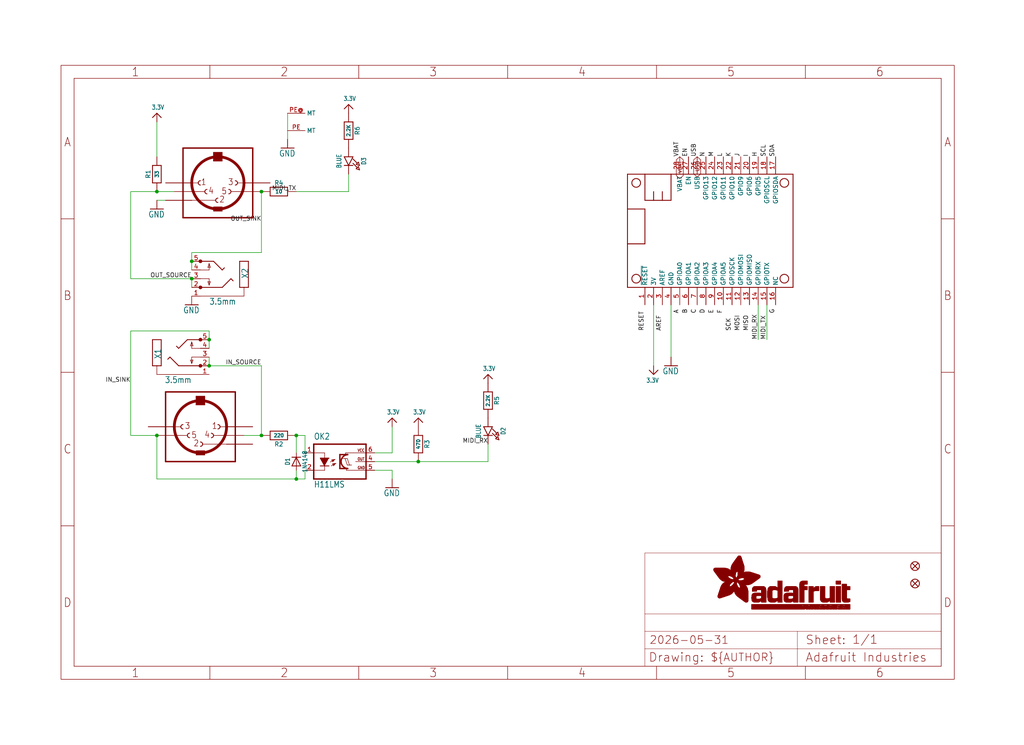
<source format=kicad_sch>
(kicad_sch (version 20230121) (generator eeschema)
  (paper "User" 298.45 217.322)
  (lib_symbols
    (symbol "working-eagle-import:3.3V" (power)
      (property "Value" "3.3V" (at -1.524 1.016 0))
      (symbol "3.3V_1_0"
        (pin power_in line (at 0 -2.54 90) (length 2.54) (name "3.3V") (number "1"))
      )
    )
    (symbol "working-eagle-import:AUDIO_STEREOJACK"
      (property "Reference" "X" (at -7.62 3.81 0))
      (symbol "AUDIO_STEREOJACK_1_0"
        (pin passive line (at -12.7 -7.62 0) (length 2.54) (name "1") (number "1"))
        (pin passive line (at -12.7 -5.08 0) (length 2.54) (name "2") (number "2"))
        (pin passive line (at -12.7 -2.54 0) (length 2.54) (name "3") (number "3"))
        (pin passive line (at -12.7 0 0) (length 2.54) (name "4") (number "4"))
        (pin passive line (at -12.7 2.54 0) (length 2.54) (name "5") (number "5"))
      )
    )
    (symbol "working-eagle-import:DIN_5"
      (symbol "DIN_5_1_0"
        (text "1" (at 3.302 -0.762 0) (effects (font (size 1.778 1.5113)) (justify left bottom)))
        (text "2" (at -2.032 -5.842 0) (effects (font (size 1.778 1.5113)) (justify left bottom)))
        (text "3" (at -4.572 -0.762 0) (effects (font (size 1.778 1.5113)) (justify left bottom)))
        (text "4" (at 1.143 -3.302 0) (effects (font (size 1.778 1.5113)) (justify left bottom)))
        (text "5" (at -2.667 -3.429 0) (effects (font (size 1.778 1.5113)) (justify left bottom)))
        (pin passive line (at 15.24 0 180) (length 7.62) (name "1") (number "1"))
        (pin passive line (at 15.24 -5.08 180) (length 7.62) (name "2") (number "2"))
        (pin passive line (at -15.24 0 0) (length 7.62) (name "3") (number "3"))
        (pin passive line (at 12.7 -2.54 180) (length 7.62) (name "4") (number "4"))
        (pin passive line (at -12.7 -2.54 0) (length 7.62) (name "5") (number "5"))
      )
      (symbol "DIN_5_2_0"
        (pin passive line (at 0 0 0) (length 5.08) (name "MT") (number "PE"))
      )
      (symbol "DIN_5_3_0"
        (pin passive line (at 0 0 0) (length 5.08) (name "MT") (number "PE@"))
      )
      (symbol "DIN_5_4_0"
        (pin passive line (at 0 0 0) (length 5.08) (name "MT") (number "PE1"))
      )
      (symbol "DIN_5_5_0"
        (pin passive line (at 0 0 0) (length 5.08) (name "MT") (number "PE2"))
      )
    )
    (symbol "working-eagle-import:DIODESOD-323"
      (property "Reference" "D" (at 0 2.54 0))
      (symbol "DIODESOD-323_1_0"
        (pin passive line (at -2.54 0 0) (length 2.54) (name "A") (number "A"))
        (pin passive line (at 2.54 0 180) (length 2.54) (name "C") (number "C"))
      )
    )
    (symbol "working-eagle-import:FEATHERWING_NODIM"
      (symbol "FEATHERWING_NODIM_1_0"
        (pin input line (at 5.08 -5.08 90) (length 5.08) (name "~{RESET}") (number "1"))
        (pin bidirectional line (at 27.94 -5.08 90) (length 5.08) (name "GPIOA5") (number "10"))
        (pin bidirectional line (at 30.48 -5.08 90) (length 5.08) (name "GPIOSCK") (number "11"))
        (pin bidirectional line (at 33.02 -5.08 90) (length 5.08) (name "GPIOMOSI") (number "12"))
        (pin bidirectional line (at 35.56 -5.08 90) (length 5.08) (name "GPIOMISO") (number "13"))
        (pin bidirectional line (at 38.1 -5.08 90) (length 5.08) (name "GPIORX") (number "14"))
        (pin bidirectional line (at 40.64 -5.08 90) (length 5.08) (name "GPIOTX") (number "15"))
        (pin passive line (at 43.18 -5.08 90) (length 5.08) (name "NC") (number "16"))
        (pin bidirectional line (at 43.18 38.1 270) (length 5.08) (name "GPIOSDA") (number "17"))
        (pin bidirectional line (at 40.64 38.1 270) (length 5.08) (name "GPIOSCL") (number "18"))
        (pin bidirectional line (at 38.1 38.1 270) (length 5.08) (name "GPIO5") (number "19"))
        (pin power_in line (at 7.62 -5.08 90) (length 5.08) (name "3V") (number "2"))
        (pin bidirectional line (at 35.56 38.1 270) (length 5.08) (name "GPIO6") (number "20"))
        (pin bidirectional line (at 33.02 38.1 270) (length 5.08) (name "GPIO9") (number "21"))
        (pin bidirectional line (at 30.48 38.1 270) (length 5.08) (name "GPIO10") (number "22"))
        (pin bidirectional line (at 27.94 38.1 270) (length 5.08) (name "GPIO11") (number "23"))
        (pin bidirectional line (at 25.4 38.1 270) (length 5.08) (name "GPIO12") (number "24"))
        (pin bidirectional line (at 22.86 38.1 270) (length 5.08) (name "GPIO13") (number "25"))
        (pin power_in line (at 20.32 38.1 270) (length 5.08) (name "USB") (number "26"))
        (pin passive line (at 17.78 38.1 270) (length 5.08) (name "EN") (number "27"))
        (pin power_in line (at 15.24 38.1 270) (length 5.08) (name "VBAT") (number "28"))
        (pin passive line (at 10.16 -5.08 90) (length 5.08) (name "AREF") (number "3"))
        (pin power_in line (at 12.7 -5.08 90) (length 5.08) (name "GND") (number "4"))
        (pin bidirectional line (at 15.24 -5.08 90) (length 5.08) (name "GPIOA0") (number "5"))
        (pin bidirectional line (at 17.78 -5.08 90) (length 5.08) (name "GPIOA1") (number "6"))
        (pin bidirectional line (at 20.32 -5.08 90) (length 5.08) (name "GPIOA2") (number "7"))
        (pin bidirectional line (at 22.86 -5.08 90) (length 5.08) (name "GPIOA3") (number "8"))
        (pin bidirectional line (at 25.4 -5.08 90) (length 5.08) (name "GPIOA4") (number "9"))
      )
    )
    (symbol "working-eagle-import:FIDUCIAL_1MM")
    (symbol "working-eagle-import:FRAME_A4_ADAFRUIT"
      (symbol "FRAME_A4_ADAFRUIT_1_0"
        (text "${#}/${##}" (at 230.505 10.16 0) (effects (font (size 2.54 2.54)) (justify left bottom)))
        (text "${AUTHOR}" (at 189.23 5.08 0) (effects (font (size 2.286 2.286)) (justify left bottom)))
        (text "${CURRENT_DATE}" (at 171.45 10.16 0) (effects (font (size 2.286 2.286)) (justify left bottom)))
        (text "${PROJECTNAME}" (at 171.45 15.24 0) (effects (font (size 2.54 2.54)) (justify left bottom)))
        (text "1" (at 21.6958 1.905 0) (effects (font (size 2.54 2.286))))
        (text "1" (at 21.6958 177.165 0) (effects (font (size 2.54 2.286))))
        (text "2" (at 65.0875 1.905 0) (effects (font (size 2.54 2.286))))
        (text "2" (at 65.0875 177.165 0) (effects (font (size 2.54 2.286))))
        (text "3" (at 108.4792 1.905 0) (effects (font (size 2.54 2.286))))
        (text "3" (at 108.4792 177.165 0) (effects (font (size 2.54 2.286))))
        (text "4" (at 151.8708 1.905 0) (effects (font (size 2.54 2.286))))
        (text "4" (at 151.8708 177.165 0) (effects (font (size 2.54 2.286))))
        (text "5" (at 195.2625 1.905 0) (effects (font (size 2.54 2.286))))
        (text "5" (at 195.2625 177.165 0) (effects (font (size 2.54 2.286))))
        (text "6" (at 238.6542 1.905 0) (effects (font (size 2.54 2.286))))
        (text "6" (at 238.6542 177.165 0) (effects (font (size 2.54 2.286))))
        (text "A" (at 1.905 156.6863 0) (effects (font (size 2.54 2.286))))
        (text "A" (at 258.445 156.6863 0) (effects (font (size 2.54 2.286))))
        (text "Adafruit Industries" (at 216.916 4.953 0) (effects (font (size 2.54 2.54)) (justify left bottom)))
        (text "B" (at 1.905 111.9188 0) (effects (font (size 2.54 2.286))))
        (text "B" (at 258.445 111.9188 0) (effects (font (size 2.54 2.286))))
        (text "C" (at 1.905 67.1513 0) (effects (font (size 2.54 2.286))))
        (text "C" (at 258.445 67.1513 0) (effects (font (size 2.54 2.286))))
        (text "D" (at 1.905 22.3838 0) (effects (font (size 2.54 2.286))))
        (text "D" (at 258.445 22.3838 0) (effects (font (size 2.54 2.286))))
        (text "Drawing:" (at 171.196 4.953 0) (effects (font (size 2.54 2.54)) (justify left bottom)))
        (text "Sheet:" (at 216.916 10.033 0) (effects (font (size 2.54 2.54)) (justify left bottom)))
      )
    )
    (symbol "working-eagle-import:GND" (power)
      (property "Value" "GND" (at -2.54 -2.54 0))
      (symbol "GND_1_0"
        (pin power_in line (at 0 2.54 270) (length 2.54) (name "GND") (number "1"))
      )
    )
    (symbol "working-eagle-import:H11LMS"
      (property "Reference" "OK" (at -7.62 6.35 0))
      (symbol "H11LMS_1_0"
        (text "GND" (at 5.08 -2.286 0) (effects (font (size 0.8128 0.6908)) (justify left bottom)))
        (text "OUT" (at 5.08 0.254 0) (effects (font (size 0.8128 0.6908)) (justify left bottom)))
        (text "VCC" (at 5.08 2.794 0) (effects (font (size 0.8128 0.6908)) (justify left bottom)))
        (pin passive line (at -10.16 2.54 0) (length 2.54) (name "A") (number "1"))
        (pin passive line (at -10.16 -2.54 0) (length 2.54) (name "C") (number "2"))
        (pin output line (at 10.16 0 180) (length 2.54) (name "OUT") (number "4"))
        (pin power_in line (at 10.16 -2.54 180) (length 2.54) (name "GND") (number "5"))
        (pin power_in line (at 10.16 2.54 180) (length 2.54) (name "VCC") (number "6"))
      )
    )
    (symbol "working-eagle-import:LED0603"
      (property "Reference" "D" (at -1.27 4.445 0))
      (symbol "LED0603_1_0"
        (pin passive line (at -5.08 0 0) (length 2.54) (name "A") (number "A"))
        (pin passive line (at 2.54 0 180) (length 2.54) (name "C") (number "C"))
      )
    )
    (symbol "working-eagle-import:RESISTOR_0603_NOOUT"
      (property "Reference" "R" (at 0 2.54 0))
      (symbol "RESISTOR_0603_NOOUT_1_0"
        (pin passive line (at -5.08 0 0) (length 2.54) (name "1") (number "1"))
        (pin passive line (at 5.08 0 180) (length 2.54) (name "2") (number "2"))
      )
    )
  )
  (junction (at 45.72 55.88))
  (junction (at 76.2 127))
  (junction (at 86.36 139.7))
  (junction (at 76.2 55.88))
  (junction (at 60.96 106.68))
  (junction (at 60.96 99.06))
  (junction (at 45.72 127))
  (junction (at 121.92 134.62))
  (junction (at 55.88 81.28))
  (junction (at 55.88 76.2))
  (junction (at 86.36 127))
  (wire (pts (xy 60.96 101.6) (xy 60.96 99.06)) (stroke (width 0.1524)))
  (wire (pts (xy 45.72 139.7) (xy 86.36 139.7)) (stroke (width 0.1524)))
  (wire (pts (xy 55.88 81.28) (xy 55.88 83.82)) (stroke (width 0.1524)))
  (wire (pts (xy 114.3 124.46) (xy 114.3 132.08)) (stroke (width 0.1524)))
  (wire (pts (xy 48.26 58.42) (xy 45.72 58.42)) (stroke (width 0.1524)))
  (wire (pts (xy 220.98 99.06) (xy 220.98 88.9)) (stroke (width 0.1524)))
  (wire (pts (xy 71.12 127) (xy 76.2 127)) (stroke (width 0.1524)))
  (wire (pts (xy 86.36 127) (xy 88.9 127)) (stroke (width 0.1524)))
  (wire (pts (xy 55.88 76.2) (xy 55.88 73.66)) (stroke (width 0.1524)))
  (wire (pts (xy 60.96 106.68) (xy 76.2 106.68)) (stroke (width 0.1524)))
  (wire (pts (xy 45.72 127) (xy 38.1 127)) (stroke (width 0.1524)))
  (wire (pts (xy 88.9 132.08) (xy 88.9 127)) (stroke (width 0.1524)))
  (wire (pts (xy 60.96 96.52) (xy 38.1 96.52)) (stroke (width 0.1524)))
  (wire (pts (xy 38.1 127) (xy 38.1 96.52)) (stroke (width 0.1524)))
  (wire (pts (xy 190.5 106.68) (xy 190.5 88.9)) (stroke (width 0.1524)))
  (wire (pts (xy 109.22 137.16) (xy 114.3 137.16)) (stroke (width 0.1524)))
  (wire (pts (xy 86.36 55.88) (xy 101.6 55.88)) (stroke (width 0.1524)))
  (wire (pts (xy 55.88 73.66) (xy 76.2 73.66)) (stroke (width 0.1524)))
  (wire (pts (xy 86.36 139.7) (xy 88.9 139.7)) (stroke (width 0.1524)))
  (wire (pts (xy 45.72 127) (xy 45.72 139.7)) (stroke (width 0.1524)))
  (wire (pts (xy 45.72 35.56) (xy 45.72 45.72)) (stroke (width 0.1524)))
  (wire (pts (xy 38.1 55.88) (xy 45.72 55.88)) (stroke (width 0.1524)))
  (wire (pts (xy 60.96 104.14) (xy 60.96 106.68)) (stroke (width 0.1524)))
  (wire (pts (xy 223.52 88.9) (xy 223.52 99.06)) (stroke (width 0.1524)))
  (wire (pts (xy 83.82 33.02) (xy 83.82 40.64)) (stroke (width 0.1524)))
  (wire (pts (xy 76.2 73.66) (xy 76.2 55.88)) (stroke (width 0.1524)))
  (wire (pts (xy 121.92 134.62) (xy 142.24 134.62)) (stroke (width 0.1524)))
  (wire (pts (xy 38.1 81.28) (xy 38.1 55.88)) (stroke (width 0.1524)))
  (wire (pts (xy 55.88 81.28) (xy 38.1 81.28)) (stroke (width 0.1524)))
  (wire (pts (xy 114.3 137.16) (xy 114.3 139.7)) (stroke (width 0.1524)))
  (wire (pts (xy 45.72 55.88) (xy 50.8 55.88)) (stroke (width 0.1524)))
  (wire (pts (xy 109.22 134.62) (xy 121.92 134.62)) (stroke (width 0.1524)))
  (wire (pts (xy 142.24 134.62) (xy 142.24 129.54)) (stroke (width 0.1524)))
  (wire (pts (xy 86.36 132.08) (xy 86.36 127)) (stroke (width 0.1524)))
  (wire (pts (xy 60.96 99.06) (xy 60.96 96.52)) (stroke (width 0.1524)))
  (wire (pts (xy 86.36 137.16) (xy 86.36 139.7)) (stroke (width 0.1524)))
  (wire (pts (xy 76.2 106.68) (xy 76.2 127)) (stroke (width 0.1524)))
  (wire (pts (xy 101.6 55.88) (xy 101.6 50.8)) (stroke (width 0.1524)))
  (wire (pts (xy 109.22 132.08) (xy 114.3 132.08)) (stroke (width 0.1524)))
  (wire (pts (xy 88.9 137.16) (xy 88.9 139.7)) (stroke (width 0.1524)))
  (wire (pts (xy 55.88 78.74) (xy 55.88 76.2)) (stroke (width 0.1524)))
  (wire (pts (xy 195.58 104.14) (xy 195.58 88.9)) (stroke (width 0.1524)))
  (label "OUT_SOURCE" (at 55.88 81.28 180) (effects (font (size 1.2446 1.2446))))
  (label "SCL" (at 223.52 45.72 90) (effects (font (size 1.2446 1.2446))))
  (label "K" (at 213.36 45.72 90) (effects (font (size 1.2446 1.2446))))
  (label "N" (at 205.74 45.72 90) (effects (font (size 1.2446 1.2446))))
  (label "A" (at 198.12 91.44 90) (effects (font (size 1.2446 1.2446))))
  (label "MISO" (at 218.44 96.52 90) (effects (font (size 1.2446 1.2446))))
  (label "MOSI" (at 215.9 96.52 90) (effects (font (size 1.2446 1.2446))))
  (label "USB" (at 203.2 45.72 90) (effects (font (size 1.2446 1.2446))))
  (label "EN" (at 200.66 45.72 90) (effects (font (size 1.2446 1.2446))))
  (label "H" (at 220.98 45.72 90) (effects (font (size 1.2446 1.2446))))
  (label "MIDI_RX" (at 220.98 99.06 90) (effects (font (size 1.2446 1.2446))))
  (label "J" (at 215.9 45.72 90) (effects (font (size 1.2446 1.2446))))
  (label "VBAT" (at 198.12 45.72 90) (effects (font (size 1.2446 1.2446))))
  (label "SCK" (at 213.36 96.52 90) (effects (font (size 1.2446 1.2446))))
  (label "AREF" (at 193.04 96.52 90) (effects (font (size 1.2446 1.2446))))
  (label "M" (at 208.28 45.72 90) (effects (font (size 1.2446 1.2446))))
  (label "SDA" (at 226.06 45.72 90) (effects (font (size 1.2446 1.2446))))
  (label "G" (at 226.06 91.44 90) (effects (font (size 1.2446 1.2446))))
  (label "I" (at 218.44 45.72 90) (effects (font (size 1.2446 1.2446))))
  (label "OUT_SINK" (at 76.2 64.77 180) (effects (font (size 1.2446 1.2446))))
  (label "F" (at 210.82 91.44 90) (effects (font (size 1.2446 1.2446))))
  (label "IN_SINK" (at 38.1 111.76 180) (effects (font (size 1.2446 1.2446))))
  (label "MIDI_TX" (at 223.52 99.06 90) (effects (font (size 1.2446 1.2446))))
  (label "IN_SOURCE" (at 76.2 106.68 180) (effects (font (size 1.2446 1.2446))))
  (label "D" (at 205.74 91.44 90) (effects (font (size 1.2446 1.2446))))
  (label "C" (at 203.2 91.44 90) (effects (font (size 1.2446 1.2446))))
  (label "RESET" (at 187.96 96.52 90) (effects (font (size 1.2446 1.2446))))
  (label "MIDI_RX" (at 142.24 129.54 180) (effects (font (size 1.2446 1.2446))))
  (label "MIDI_TX" (at 86.36 55.88 180) (effects (font (size 1.2446 1.2446))))
  (label "L" (at 210.82 45.72 90) (effects (font (size 1.2446 1.2446))))
  (label "B" (at 200.66 91.44 90) (effects (font (size 1.2446 1.2446))))
  (label "E" (at 208.28 91.44 90) (effects (font (size 1.2446 1.2446))))
  (global_label "VBAT" (shape bidirectional) (at 198.12 45.72 270) (effects (font (size 1.016 1.016))) (property "Intersheetrefs" "${INTERSHEET_REFS}" (effects hide)))
  (global_label "USB" (shape bidirectional) (at 203.2 45.72 270) (effects (font (size 1.016 1.016))) (property "Intersheetrefs" "${INTERSHEET_REFS}" (effects hide)))
  (symbol (lib_id "working-eagle-import:DIN_5") (at 83.82 38.1 0) (unit 2)
    (property "Reference" "MIDIOUT0" (effects hide))
    (property "Value" "DIN_5" (effects hide))
    (property "Footprint" "working:CP-2350" (effects hide))
  )
  (symbol (lib_id "working-eagle-import:LED0603") (at 142.24 127 270) (unit 1)
    (property "Reference" "D2" (at 146.685 125.73 0) (effects (font (size 1.27 1.0795))))
    (property "Value" "BLUE" (at 139.446 125.73 0) (effects (font (size 1.27 1.0795))))
    (property "Footprint" "working:CHIPLED_0603" (effects hide))
  )
  (symbol (lib_id "working-eagle-import:3.3V") (at 190.5 109.22 180) (unit 1)
    (property "Reference" "#U$3" (effects hide))
    (property "Value" "3.3V" (at 192.024 110.236 0) (effects (font (size 1.27 1.0795)) (justify left bottom)))
  )
  (symbol (lib_id "working-eagle-import:LED0603") (at 101.6 48.26 270) (unit 1)
    (property "Reference" "D3" (at 106.045 46.99 0) (effects (font (size 1.27 1.0795))))
    (property "Value" "BLUE" (at 98.806 46.99 0) (effects (font (size 1.27 1.0795))))
    (property "Footprint" "working:CHIPLED_0603" (effects hide))
  )
  (symbol (lib_id "working-eagle-import:FRAME_A4_ADAFRUIT") (at 17.78 198.12 0) (unit 1)
    (property "Reference" "#U$1" (effects hide))
    (property "Value" "FRAME_A4_ADAFRUIT" (effects hide))
  )
  (symbol (lib_id "working-eagle-import:DIN_5") (at 83.82 33.02 0) (unit 3)
    (property "Reference" "MIDIOUT0" (effects hide))
    (property "Value" "DIN_5" (effects hide))
    (property "Footprint" "working:CP-2350" (effects hide))
  )
  (symbol (lib_id "working-eagle-import:DIODESOD-323") (at 86.36 134.62 90) (unit 1)
    (property "Reference" "D1" (at 83.82 134.62 0) (effects (font (size 1.27 1.0795))))
    (property "Value" "1N4148" (at 88.86 134.62 0) (effects (font (size 1.27 1.0795))))
    (property "Footprint" "working:SOD-323" (effects hide))
  )
  (symbol (lib_id "working-eagle-import:RESISTOR_0603_NOOUT") (at 81.28 127 180) (unit 1)
    (property "Reference" "R2" (at 81.28 129.54 0))
    (property "Value" "220" (at 81.28 127 0) (effects (font (size 1.016 1.016) bold)))
    (property "Footprint" "working:0603-NO" (effects hide))
  )
  (symbol (lib_id "working-eagle-import:3.3V") (at 45.72 33.02 0) (unit 1)
    (property "Reference" "#U$2" (effects hide))
    (property "Value" "3.3V" (at 44.196 32.004 0) (effects (font (size 1.27 1.0795)) (justify left bottom)))
  )
  (symbol (lib_id "working-eagle-import:AUDIO_STEREOJACK") (at 68.58 78.74 0) (unit 1)
    (property "Reference" "X2" (at 72.39 81.28 90) (effects (font (size 1.778 1.5113)) (justify left bottom)))
    (property "Value" "3.5mm" (at 60.96 88.9 0) (effects (font (size 1.778 1.5113)) (justify left bottom)))
    (property "Footprint" "working:STX3100" (effects hide))
  )
  (symbol (lib_id "working-eagle-import:FIDUCIAL_1MM") (at 266.7 165.1 0) (unit 1)
    (property "Reference" "FID2" (effects hide))
    (property "Value" "FIDUCIAL_1MM" (effects hide))
    (property "Footprint" "working:FIDUCIAL_1MM" (effects hide))
  )
  (symbol (lib_id "working-eagle-import:3.3V") (at 142.24 109.22 0) (unit 1)
    (property "Reference" "#U$6" (effects hide))
    (property "Value" "3.3V" (at 140.716 108.204 0) (effects (font (size 1.27 1.0795)) (justify left bottom)))
  )
  (symbol (lib_id "working-eagle-import:AUDIO_STEREOJACK") (at 48.26 101.6 0) (mirror y) (unit 1)
    (property "Reference" "X1" (at 46.99 101.6 90) (effects (font (size 1.778 1.5113)) (justify right top)))
    (property "Value" "3.5mm" (at 55.88 111.76 0) (effects (font (size 1.778 1.5113)) (justify left bottom)))
    (property "Footprint" "working:STX3100" (effects hide))
  )
  (symbol (lib_id "working-eagle-import:3.3V") (at 121.92 121.92 0) (unit 1)
    (property "Reference" "#U$5" (effects hide))
    (property "Value" "3.3V" (at 120.396 120.904 0) (effects (font (size 1.27 1.0795)) (justify left bottom)))
  )
  (symbol (lib_id "working-eagle-import:GND") (at 45.72 60.96 0) (unit 1)
    (property "Reference" "#GND9" (effects hide))
    (property "Value" "GND" (at 43.18 63.5 0) (effects (font (size 1.778 1.5113)) (justify left bottom)))
  )
  (symbol (lib_id "working-eagle-import:DIN_5") (at 58.42 124.46 0) (unit 1)
    (property "Reference" "MIDIIN0" (effects hide))
    (property "Value" "DIN_5" (effects hide))
    (property "Footprint" "working:CP-2350" (effects hide))
  )
  (symbol (lib_id "working-eagle-import:DIN_5") (at 63.5 53.34 0) (mirror y) (unit 1)
    (property "Reference" "MIDIOUT0" (effects hide))
    (property "Value" "DIN_5" (effects hide))
    (property "Footprint" "working:CP-2350" (effects hide))
  )
  (symbol (lib_id "working-eagle-import:FEATHERWING_NODIM") (at 182.88 83.82 0) (unit 1)
    (property "Reference" "MS1" (effects hide))
    (property "Value" "FEATHERWING_NODIM" (effects hide))
    (property "Footprint" "working:FEATHERWING_NODIM" (effects hide))
  )
  (symbol (lib_id "working-eagle-import:GND") (at 195.58 106.68 0) (unit 1)
    (property "Reference" "#GND6" (effects hide))
    (property "Value" "GND" (at 193.04 109.22 0) (effects (font (size 1.778 1.5113)) (justify left bottom)))
  )
  (symbol (lib_id "working-eagle-import:3.3V") (at 114.3 121.92 0) (unit 1)
    (property "Reference" "#U$4" (effects hide))
    (property "Value" "3.3V" (at 112.776 120.904 0) (effects (font (size 1.27 1.0795)) (justify left bottom)))
  )
  (symbol (lib_id "working-eagle-import:RESISTOR_0603_NOOUT") (at 142.24 116.84 270) (unit 1)
    (property "Reference" "R5" (at 144.78 116.84 0))
    (property "Value" "2.2K" (at 142.24 116.84 0) (effects (font (size 1.016 1.016) bold)))
    (property "Footprint" "working:0603-NO" (effects hide))
  )
  (symbol (lib_id "working-eagle-import:RESISTOR_0603_NOOUT") (at 121.92 129.54 270) (unit 1)
    (property "Reference" "R3" (at 124.46 129.54 0))
    (property "Value" "470" (at 121.92 129.54 0) (effects (font (size 1.016 1.016) bold)))
    (property "Footprint" "working:0603-NO" (effects hide))
  )
  (symbol (lib_id "working-eagle-import:3.3V") (at 101.6 30.48 0) (unit 1)
    (property "Reference" "#U$7" (effects hide))
    (property "Value" "3.3V" (at 100.076 29.464 0) (effects (font (size 1.27 1.0795)) (justify left bottom)))
  )
  (symbol (lib_id "working-eagle-import:RESISTOR_0603_NOOUT") (at 101.6 38.1 270) (unit 1)
    (property "Reference" "R6" (at 104.14 38.1 0))
    (property "Value" "2.2K" (at 101.6 38.1 0) (effects (font (size 1.016 1.016) bold)))
    (property "Footprint" "working:0603-NO" (effects hide))
  )
  (symbol (lib_id "working-eagle-import:RESISTOR_0603_NOOUT") (at 81.28 55.88 0) (unit 1)
    (property "Reference" "R4" (at 81.28 53.34 0))
    (property "Value" "10" (at 81.28 55.88 0) (effects (font (size 1.016 1.016) bold)))
    (property "Footprint" "working:0603-NO" (effects hide))
  )
  (symbol (lib_id "working-eagle-import:FIDUCIAL_1MM") (at 266.7 170.18 0) (unit 1)
    (property "Reference" "FID1" (effects hide))
    (property "Value" "FIDUCIAL_1MM" (effects hide))
    (property "Footprint" "working:FIDUCIAL_1MM" (effects hide))
  )
  (symbol (lib_id "working-eagle-import:RESISTOR_0603_NOOUT") (at 45.72 50.8 90) (unit 1)
    (property "Reference" "R1" (at 43.18 50.8 0))
    (property "Value" "33" (at 45.72 50.8 0) (effects (font (size 1.016 1.016) bold)))
    (property "Footprint" "working:0603-NO" (effects hide))
  )
  (symbol (lib_id "working-eagle-import:GND") (at 114.3 142.24 0) (unit 1)
    (property "Reference" "#GND14" (effects hide))
    (property "Value" "GND" (at 111.76 144.78 0) (effects (font (size 1.778 1.5113)) (justify left bottom)))
  )
  (symbol (lib_id "working-eagle-import:GND") (at 83.82 43.18 0) (unit 1)
    (property "Reference" "#GND16" (effects hide))
    (property "Value" "GND" (at 81.28 45.72 0) (effects (font (size 1.778 1.5113)) (justify left bottom)))
  )
  (symbol (lib_id "working-eagle-import:H11LMS") (at 99.06 134.62 0) (unit 1)
    (property "Reference" "OK2" (at 91.44 128.27 0) (effects (font (size 1.778 1.5113)) (justify left bottom)))
    (property "Value" "H11LMS" (at 91.44 142.24 0) (effects (font (size 1.778 1.5113)) (justify left bottom)))
    (property "Footprint" "working:DIL6-SMD" (effects hide))
  )
  (symbol (lib_id "working-eagle-import:GND") (at 55.88 88.9 0) (unit 1)
    (property "Reference" "#GND1" (effects hide))
    (property "Value" "GND" (at 53.34 91.44 0) (effects (font (size 1.778 1.5113)) (justify left bottom)))
  )
)
</source>
